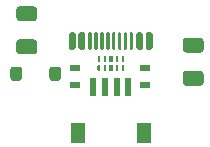
<source format=gtp>
G04 #@! TF.GenerationSoftware,KiCad,Pcbnew,(5.1.8)-1*
G04 #@! TF.CreationDate,2021-02-07T19:28:47+03:00*
G04 #@! TF.ProjectId,Unified-Daughterboard,556e6966-6965-4642-9d44-617567687465,C3*
G04 #@! TF.SameCoordinates,Original*
G04 #@! TF.FileFunction,Paste,Top*
G04 #@! TF.FilePolarity,Positive*
%FSLAX46Y46*%
G04 Gerber Fmt 4.6, Leading zero omitted, Abs format (unit mm)*
G04 Created by KiCad (PCBNEW (5.1.8)-1) date 2021-02-07 19:28:47*
%MOMM*%
%LPD*%
G01*
G04 APERTURE LIST*
%ADD10R,0.300000X0.550000*%
%ADD11R,0.250000X0.550000*%
%ADD12R,0.900000X0.500000*%
%ADD13R,0.600000X1.550000*%
%ADD14R,1.200000X1.800000*%
G04 APERTURE END LIST*
D10*
X75002500Y-65641400D03*
D11*
X74002500Y-65641400D03*
X75502500Y-65641400D03*
X76002500Y-65641400D03*
X74502500Y-65641400D03*
X76002500Y-66411400D03*
X75502500Y-66411400D03*
D10*
X75002500Y-66411400D03*
D11*
X74502500Y-66411400D03*
G36*
G01*
X73877500Y-66561400D02*
X73877500Y-66261400D01*
G75*
G02*
X74002500Y-66136400I125000J0D01*
G01*
X74002500Y-66136400D01*
G75*
G02*
X74127500Y-66261400I0J-125000D01*
G01*
X74127500Y-66561400D01*
G75*
G02*
X74002500Y-66686400I-125000J0D01*
G01*
X74002500Y-66686400D01*
G75*
G02*
X73877500Y-66561400I0J125000D01*
G01*
G37*
G36*
G01*
X82612500Y-67899000D02*
X81362500Y-67899000D01*
G75*
G02*
X81112500Y-67649000I0J250000D01*
G01*
X81112500Y-66899000D01*
G75*
G02*
X81362500Y-66649000I250000J0D01*
G01*
X82612500Y-66649000D01*
G75*
G02*
X82862500Y-66899000I0J-250000D01*
G01*
X82862500Y-67649000D01*
G75*
G02*
X82612500Y-67899000I-250000J0D01*
G01*
G37*
G36*
G01*
X82612500Y-65099000D02*
X81362500Y-65099000D01*
G75*
G02*
X81112500Y-64849000I0J250000D01*
G01*
X81112500Y-64099000D01*
G75*
G02*
X81362500Y-63849000I250000J0D01*
G01*
X82612500Y-63849000D01*
G75*
G02*
X82862500Y-64099000I0J-250000D01*
G01*
X82862500Y-64849000D01*
G75*
G02*
X82612500Y-65099000I-250000J0D01*
G01*
G37*
D12*
X71954500Y-67879000D03*
X71954500Y-66379000D03*
G36*
G01*
X67265500Y-61182000D02*
X68515500Y-61182000D01*
G75*
G02*
X68765500Y-61432000I0J-250000D01*
G01*
X68765500Y-62182000D01*
G75*
G02*
X68515500Y-62432000I-250000J0D01*
G01*
X67265500Y-62432000D01*
G75*
G02*
X67015500Y-62182000I0J250000D01*
G01*
X67015500Y-61432000D01*
G75*
G02*
X67265500Y-61182000I250000J0D01*
G01*
G37*
G36*
G01*
X67265500Y-63982000D02*
X68515500Y-63982000D01*
G75*
G02*
X68765500Y-64232000I0J-250000D01*
G01*
X68765500Y-64982000D01*
G75*
G02*
X68515500Y-65232000I-250000J0D01*
G01*
X67265500Y-65232000D01*
G75*
G02*
X67015500Y-64982000I0J250000D01*
G01*
X67015500Y-64232000D01*
G75*
G02*
X67265500Y-63982000I250000J0D01*
G01*
G37*
G36*
G01*
X67502500Y-66540000D02*
X67502500Y-67240000D01*
G75*
G02*
X67252500Y-67490000I-250000J0D01*
G01*
X66752500Y-67490000D01*
G75*
G02*
X66502500Y-67240000I0J250000D01*
G01*
X66502500Y-66540000D01*
G75*
G02*
X66752500Y-66290000I250000J0D01*
G01*
X67252500Y-66290000D01*
G75*
G02*
X67502500Y-66540000I0J-250000D01*
G01*
G37*
G36*
G01*
X70802500Y-66540000D02*
X70802500Y-67240000D01*
G75*
G02*
X70552500Y-67490000I-250000J0D01*
G01*
X70052500Y-67490000D01*
G75*
G02*
X69802500Y-67240000I0J250000D01*
G01*
X69802500Y-66540000D01*
G75*
G02*
X70052500Y-66290000I250000J0D01*
G01*
X70552500Y-66290000D01*
G75*
G02*
X70802500Y-66540000I0J-250000D01*
G01*
G37*
G36*
G01*
X72852500Y-63543000D02*
X72852500Y-64693000D01*
G75*
G02*
X72702500Y-64843000I-150000J0D01*
G01*
X72402500Y-64843000D01*
G75*
G02*
X72252500Y-64693000I0J150000D01*
G01*
X72252500Y-63543000D01*
G75*
G02*
X72402500Y-63393000I150000J0D01*
G01*
X72702500Y-63393000D01*
G75*
G02*
X72852500Y-63543000I0J-150000D01*
G01*
G37*
G36*
G01*
X72052500Y-63543000D02*
X72052500Y-64693000D01*
G75*
G02*
X71902500Y-64843000I-150000J0D01*
G01*
X71602500Y-64843000D01*
G75*
G02*
X71452500Y-64693000I0J150000D01*
G01*
X71452500Y-63543000D01*
G75*
G02*
X71602500Y-63393000I150000J0D01*
G01*
X71902500Y-63393000D01*
G75*
G02*
X72052500Y-63543000I0J-150000D01*
G01*
G37*
G36*
G01*
X77752500Y-63543000D02*
X77752500Y-64693000D01*
G75*
G02*
X77602500Y-64843000I-150000J0D01*
G01*
X77302500Y-64843000D01*
G75*
G02*
X77152500Y-64693000I0J150000D01*
G01*
X77152500Y-63543000D01*
G75*
G02*
X77302500Y-63393000I150000J0D01*
G01*
X77602500Y-63393000D01*
G75*
G02*
X77752500Y-63543000I0J-150000D01*
G01*
G37*
G36*
G01*
X74902500Y-63468000D02*
X74902500Y-64768000D01*
G75*
G02*
X74827500Y-64843000I-75000J0D01*
G01*
X74677500Y-64843000D01*
G75*
G02*
X74602500Y-64768000I0J75000D01*
G01*
X74602500Y-63468000D01*
G75*
G02*
X74677500Y-63393000I75000J0D01*
G01*
X74827500Y-63393000D01*
G75*
G02*
X74902500Y-63468000I0J-75000D01*
G01*
G37*
G36*
G01*
X74402500Y-63468000D02*
X74402500Y-64768000D01*
G75*
G02*
X74327500Y-64843000I-75000J0D01*
G01*
X74177500Y-64843000D01*
G75*
G02*
X74102500Y-64768000I0J75000D01*
G01*
X74102500Y-63468000D01*
G75*
G02*
X74177500Y-63393000I75000J0D01*
G01*
X74327500Y-63393000D01*
G75*
G02*
X74402500Y-63468000I0J-75000D01*
G01*
G37*
G36*
G01*
X73902500Y-63468000D02*
X73902500Y-64768000D01*
G75*
G02*
X73827500Y-64843000I-75000J0D01*
G01*
X73677500Y-64843000D01*
G75*
G02*
X73602500Y-64768000I0J75000D01*
G01*
X73602500Y-63468000D01*
G75*
G02*
X73677500Y-63393000I75000J0D01*
G01*
X73827500Y-63393000D01*
G75*
G02*
X73902500Y-63468000I0J-75000D01*
G01*
G37*
G36*
G01*
X73402500Y-63468000D02*
X73402500Y-64768000D01*
G75*
G02*
X73327500Y-64843000I-75000J0D01*
G01*
X73177500Y-64843000D01*
G75*
G02*
X73102500Y-64768000I0J75000D01*
G01*
X73102500Y-63468000D01*
G75*
G02*
X73177500Y-63393000I75000J0D01*
G01*
X73327500Y-63393000D01*
G75*
G02*
X73402500Y-63468000I0J-75000D01*
G01*
G37*
G36*
G01*
X75406500Y-63468000D02*
X75406500Y-64768000D01*
G75*
G02*
X75331500Y-64843000I-75000J0D01*
G01*
X75181500Y-64843000D01*
G75*
G02*
X75106500Y-64768000I0J75000D01*
G01*
X75106500Y-63468000D01*
G75*
G02*
X75181500Y-63393000I75000J0D01*
G01*
X75331500Y-63393000D01*
G75*
G02*
X75406500Y-63468000I0J-75000D01*
G01*
G37*
G36*
G01*
X75902500Y-63468000D02*
X75902500Y-64768000D01*
G75*
G02*
X75827500Y-64843000I-75000J0D01*
G01*
X75677500Y-64843000D01*
G75*
G02*
X75602500Y-64768000I0J75000D01*
G01*
X75602500Y-63468000D01*
G75*
G02*
X75677500Y-63393000I75000J0D01*
G01*
X75827500Y-63393000D01*
G75*
G02*
X75902500Y-63468000I0J-75000D01*
G01*
G37*
G36*
G01*
X76402500Y-63468000D02*
X76402500Y-64768000D01*
G75*
G02*
X76327500Y-64843000I-75000J0D01*
G01*
X76177500Y-64843000D01*
G75*
G02*
X76102500Y-64768000I0J75000D01*
G01*
X76102500Y-63468000D01*
G75*
G02*
X76177500Y-63393000I75000J0D01*
G01*
X76327500Y-63393000D01*
G75*
G02*
X76402500Y-63468000I0J-75000D01*
G01*
G37*
G36*
G01*
X76902500Y-63468000D02*
X76902500Y-64768000D01*
G75*
G02*
X76827500Y-64843000I-75000J0D01*
G01*
X76677500Y-64843000D01*
G75*
G02*
X76602500Y-64768000I0J75000D01*
G01*
X76602500Y-63468000D01*
G75*
G02*
X76677500Y-63393000I75000J0D01*
G01*
X76827500Y-63393000D01*
G75*
G02*
X76902500Y-63468000I0J-75000D01*
G01*
G37*
G36*
G01*
X78552500Y-63543000D02*
X78552500Y-64693000D01*
G75*
G02*
X78402500Y-64843000I-150000J0D01*
G01*
X78102500Y-64843000D01*
G75*
G02*
X77952500Y-64693000I0J150000D01*
G01*
X77952500Y-63543000D01*
G75*
G02*
X78102500Y-63393000I150000J0D01*
G01*
X78402500Y-63393000D01*
G75*
G02*
X78552500Y-63543000I0J-150000D01*
G01*
G37*
D13*
X75504500Y-68018000D03*
X76504500Y-68018000D03*
X74504500Y-68018000D03*
X73504500Y-68018000D03*
D14*
X72204500Y-71893000D03*
X77804500Y-71893000D03*
D12*
X77923500Y-66379000D03*
X77923500Y-67879000D03*
M02*

</source>
